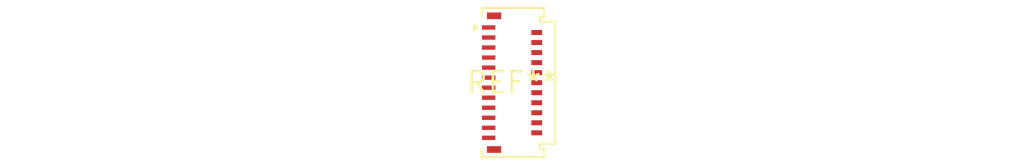
<source format=kicad_pcb>
(kicad_pcb (version 20240108) (generator pcbnew)
  (layers (0 "F.Cu" signal) (31 "B.Cu" signal) (34 "B.Paste" user) (35 "F.Paste" user) (36 "B.SilkS" user "B.Silkscreen") (37 "F.SilkS" user "F.Silkscreen") (38 "B.Mask" user) (39 "F.Mask" user) (44 "Edge.Cuts" user))
  (net 0 "")
  (footprint "Molex_502250-2391_2Rows-23Pins-1MP_P0.60mm_Horizontal" (layer "F.Cu") (at 0 0)
    (property "Reference" "REF**")
    (property "Value" "Molex_502250-2391_2Rows-23Pins-1MP_P0.60mm_Horizontal")
    (fp_line (start -2.272132 -3.45) (end -2.06 -3.3) (layer "F.SilkS") (stroke (width 0.12)))
    (fp_line (start -2.272132 -3.15) (end -2.272132 -3.45) (layer "F.SilkS") (stroke (width 0.12)))
    (fp_line (start -2.06 -3.3) (end -2.272132 -3.15) (layer "F.SilkS") (stroke (width 0.12)))
    (fp_line (start -1.82 -4.46) (end 1.93 -4.46) (layer "F.SilkS") (stroke (width 0.12)))
    (fp_line (start -1.82 -3.96) (end -1.82 -4.46) (layer "F.SilkS") (stroke (width 0.12)))
    (fp_line (start -1.82 3.96) (end -1.82 4.46) (layer "F.SilkS") (stroke (width 0.12)))
    (fp_line (start -1.82 4.46) (end 1.93 4.46) (layer "F.SilkS") (stroke (width 0.12)))
    (fp_line (start 1.68 -3.94) (end 1.68 -3.65) (layer "F.SilkS") (stroke (width 0.12)))
    (fp_line (start 1.68 -3.65) (end 2.59 -3.65) (layer "F.SilkS") (stroke (width 0.12)))
    (fp_line (start 1.68 3.65) (end 2.59 3.65) (layer "F.SilkS") (stroke (width 0.12)))
    (fp_line (start 1.68 3.94) (end 1.68 3.65) (layer "F.SilkS") (stroke (width 0.12)))
    (fp_line (start 1.93 -4.46) (end 1.93 -3.94) (layer "F.SilkS") (stroke (width 0.12)))
    (fp_line (start 1.93 -3.94) (end 1.68 -3.94) (layer "F.SilkS") (stroke (width 0.12)))
    (fp_line (start 1.93 3.94) (end 1.68 3.94) (layer "F.SilkS") (stroke (width 0.12)))
    (fp_line (start 1.93 4.46) (end 1.93 3.94) (layer "F.SilkS") (stroke (width 0.12)))
    (fp_line (start 2.59 -3.65) (end 2.59 0) (layer "F.SilkS") (stroke (width 0.12)))
    (fp_line (start 2.59 3.65) (end 2.59 0) (layer "F.SilkS") (stroke (width 0.12)))
    (pad "1" smd rect (at -1.4 -3.3) (size 0.8 0.26) (layers "F.Cu" "F.Paste" "F.Mask"))
    (pad "2" smd rect (at 1.475 -3) (size 0.65 0.3) (layers "F.Cu" "F.Paste" "F.Mask"))
    (pad "3" smd rect (at -1.4 -2.7) (size 0.8 0.26) (layers "F.Cu" "F.Paste" "F.Mask"))
    (pad "4" smd rect (at 1.475 -2.4) (size 0.65 0.3) (layers "F.Cu" "F.Paste" "F.Mask"))
    (pad "5" smd rect (at -1.4 -2.1) (size 0.8 0.26) (layers "F.Cu" "F.Paste" "F.Mask"))
    (pad "6" smd rect (at 1.475 -1.8) (size 0.65 0.3) (layers "F.Cu" "F.Paste" "F.Mask"))
    (pad "7" smd rect (at -1.4 -1.5) (size 0.8 0.26) (layers "F.Cu" "F.Paste" "F.Mask"))
    (pad "8" smd rect (at 1.475 -1.2) (size 0.65 0.3) (layers "F.Cu" "F.Paste" "F.Mask"))
    (pad "9" smd rect (at -1.4 -0.9) (size 0.8 0.26) (layers "F.Cu" "F.Paste" "F.Mask"))
    (pad "10" smd rect (at 1.475 -0.6) (size 0.65 0.3) (layers "F.Cu" "F.Paste" "F.Mask"))
    (pad "11" smd rect (at -1.4 -0.3) (size 0.8 0.26) (layers "F.Cu" "F.Paste" "F.Mask"))
    (pad "12" smd rect (at 1.475 0) (size 0.65 0.3) (layers "F.Cu" "F.Paste" "F.Mask"))
    (pad "13" smd rect (at -1.4 0.3) (size 0.8 0.26) (layers "F.Cu" "F.Paste" "F.Mask"))
    (pad "14" smd rect (at 1.475 0.6) (size 0.65 0.3) (layers "F.Cu" "F.Paste" "F.Mask"))
    (pad "15" smd rect (at -1.4 0.9) (size 0.8 0.26) (layers "F.Cu" "F.Paste" "F.Mask"))
    (pad "16" smd rect (at 1.475 1.2) (size 0.65 0.3) (layers "F.Cu" "F.Paste" "F.Mask"))
    (pad "17" smd rect (at -1.4 1.5) (size 0.8 0.26) (layers "F.Cu" "F.Paste" "F.Mask"))
    (pad "18" smd rect (at 1.475 1.8) (size 0.65 0.3) (layers "F.Cu" "F.Paste" "F.Mask"))
    (pad "19" smd rect (at -1.4 2.1) (size 0.8 0.26) (layers "F.Cu" "F.Paste" "F.Mask"))
    (pad "20" smd rect (at 1.475 2.4) (size 0.65 0.3) (layers "F.Cu" "F.Paste" "F.Mask"))
    (pad "21" smd rect (at -1.4 2.7) (size 0.8 0.26) (layers "F.Cu" "F.Paste" "F.Mask"))
    (pad "22" smd rect (at 1.475 3) (size 0.65 0.3) (layers "F.Cu" "F.Paste" "F.Mask"))
    (pad "23" smd rect (at -1.4 3.3) (size 0.8 0.26) (layers "F.Cu" "F.Paste" "F.Mask"))
    (pad "MP" smd rect (at -1.075 -4) (size 0.85 0.4) (layers "F.Cu" "F.Paste" "F.Mask"))
    (pad "MP" smd rect (at -1.075 4) (size 0.85 0.4) (layers "F.Cu" "F.Paste" "F.Mask"))
  )
)
</source>
